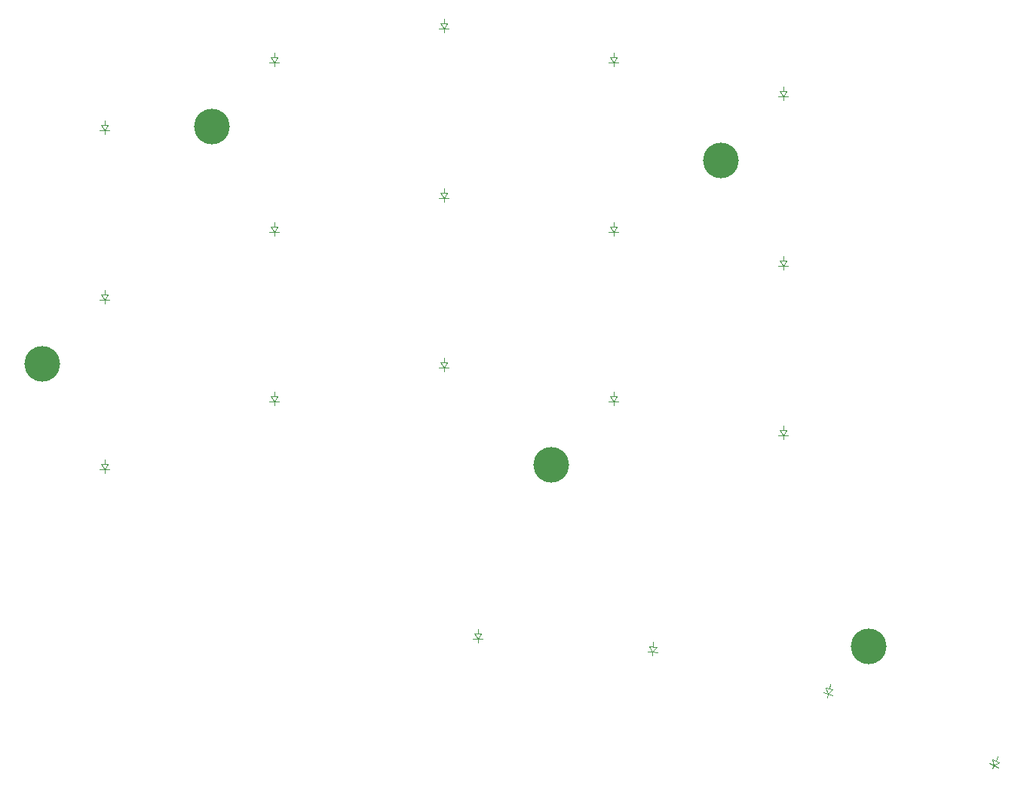
<source format=gbr>
%TF.GenerationSoftware,KiCad,Pcbnew,9.0.6*%
%TF.CreationDate,2026-01-03T00:52:00-08:00*%
%TF.ProjectId,pcb_left,7063625f-6c65-4667-942e-6b696361645f,4.2.1*%
%TF.SameCoordinates,Original*%
%TF.FileFunction,Legend,Top*%
%TF.FilePolarity,Positive*%
%FSLAX46Y46*%
G04 Gerber Fmt 4.6, Leading zero omitted, Abs format (unit mm)*
G04 Created by KiCad (PCBNEW 9.0.6) date 2026-01-03 00:52:00*
%MOMM*%
%LPD*%
G01*
G04 APERTURE LIST*
%ADD10C,0.100000*%
%ADD11C,4.000000*%
G04 APERTURE END LIST*
D10*
%TO.C,D1*%
X86600000Y-151750000D02*
X87400000Y-151750000D01*
X87000000Y-151750000D02*
X87000000Y-151250000D01*
X87000000Y-152350000D02*
X86450000Y-152350000D01*
X87000000Y-152350000D02*
X86600000Y-151750000D01*
X87000000Y-152350000D02*
X87550000Y-152350000D01*
X87000000Y-152750000D02*
X87000000Y-152350000D01*
X87400000Y-151750000D02*
X87000000Y-152350000D01*
%TO.C,D16*%
X128510000Y-170800000D02*
X129310000Y-170800000D01*
X128910000Y-170800000D02*
X128910000Y-170300000D01*
X128910000Y-171400000D02*
X128360000Y-171400000D01*
X128910000Y-171400000D02*
X128510000Y-170800000D01*
X128910000Y-171400000D02*
X129460000Y-171400000D01*
X128910000Y-171800000D02*
X128910000Y-171400000D01*
X129310000Y-170800000D02*
X128910000Y-171400000D01*
%TO.C,D12*%
X143750000Y-106030000D02*
X144550000Y-106030000D01*
X144150000Y-106030000D02*
X144150000Y-105530000D01*
X144150000Y-106630000D02*
X143600000Y-106630000D01*
X144150000Y-106630000D02*
X143750000Y-106030000D01*
X144150000Y-106630000D02*
X144700000Y-106630000D01*
X144150000Y-107030000D02*
X144150000Y-106630000D01*
X144550000Y-106030000D02*
X144150000Y-106630000D01*
%TO.C,D5*%
X105650000Y-125080000D02*
X106450000Y-125080000D01*
X106050000Y-125080000D02*
X106050000Y-124580000D01*
X106050000Y-125680000D02*
X105500000Y-125680000D01*
X106050000Y-125680000D02*
X105650000Y-125080000D01*
X106050000Y-125680000D02*
X106600000Y-125680000D01*
X106050000Y-126080000D02*
X106050000Y-125680000D01*
X106450000Y-125080000D02*
X106050000Y-125680000D01*
%TO.C,D2*%
X86600000Y-132700000D02*
X87400000Y-132700000D01*
X87000000Y-132700000D02*
X87000000Y-132200000D01*
X87000000Y-133300000D02*
X86450000Y-133300000D01*
X87000000Y-133300000D02*
X86600000Y-132700000D01*
X87000000Y-133300000D02*
X87550000Y-133300000D01*
X87000000Y-133700000D02*
X87000000Y-133300000D01*
X87400000Y-132700000D02*
X87000000Y-133300000D01*
%TO.C,D11*%
X143750000Y-125080000D02*
X144550000Y-125080000D01*
X144150000Y-125080000D02*
X144150000Y-124580000D01*
X144150000Y-125680000D02*
X143600000Y-125680000D01*
X144150000Y-125680000D02*
X143750000Y-125080000D01*
X144150000Y-125680000D02*
X144700000Y-125680000D01*
X144150000Y-126080000D02*
X144150000Y-125680000D01*
X144550000Y-125080000D02*
X144150000Y-125680000D01*
%TO.C,D19*%
X186653371Y-186009351D02*
X186822419Y-185646828D01*
X186713466Y-184933996D02*
X187438513Y-185272090D01*
X186822419Y-185646828D02*
X186323949Y-185414388D01*
X186822419Y-185646828D02*
X186713466Y-184933996D01*
X186822419Y-185646828D02*
X187320888Y-185879268D01*
X187075990Y-185103043D02*
X187287299Y-184649889D01*
X187438513Y-185272090D02*
X186822419Y-185646828D01*
%TO.C,D8*%
X124700000Y-121270000D02*
X125500000Y-121270000D01*
X125100000Y-121270000D02*
X125100000Y-120770000D01*
X125100000Y-121870000D02*
X124550000Y-121870000D01*
X125100000Y-121870000D02*
X124700000Y-121270000D01*
X125100000Y-121870000D02*
X125650000Y-121870000D01*
X125100000Y-122270000D02*
X125100000Y-121870000D01*
X125500000Y-121270000D02*
X125100000Y-121870000D01*
%TO.C,D9*%
X124700000Y-102220000D02*
X125500000Y-102220000D01*
X125100000Y-102220000D02*
X125100000Y-101720000D01*
X125100000Y-102820000D02*
X124550000Y-102820000D01*
X125100000Y-102820000D02*
X124700000Y-102220000D01*
X125100000Y-102820000D02*
X125650000Y-102820000D01*
X125100000Y-103220000D02*
X125100000Y-102820000D01*
X125500000Y-102220000D02*
X125100000Y-102820000D01*
%TO.C,D10*%
X143750000Y-144130000D02*
X144550000Y-144130000D01*
X144150000Y-144130000D02*
X144150000Y-143630000D01*
X144150000Y-144730000D02*
X143600000Y-144730000D01*
X144150000Y-144730000D02*
X143750000Y-144130000D01*
X144150000Y-144730000D02*
X144700000Y-144730000D01*
X144150000Y-145130000D02*
X144150000Y-144730000D01*
X144550000Y-144130000D02*
X144150000Y-144730000D01*
%TO.C,D17*%
X148176275Y-172234973D02*
X148973231Y-172304698D01*
X148487597Y-173266030D02*
X148522458Y-172867552D01*
X148522458Y-172867552D02*
X147974552Y-172819616D01*
X148522458Y-172867552D02*
X148176275Y-172234973D01*
X148522458Y-172867552D02*
X149070367Y-172915488D01*
X148574753Y-172269835D02*
X148618331Y-171771738D01*
X148973231Y-172304698D02*
X148522458Y-172867552D01*
%TO.C,D6*%
X105650000Y-106030000D02*
X106450000Y-106030000D01*
X106050000Y-106030000D02*
X106050000Y-105530000D01*
X106050000Y-106630000D02*
X105500000Y-106630000D01*
X106050000Y-106630000D02*
X105650000Y-106030000D01*
X106050000Y-106630000D02*
X106600000Y-106630000D01*
X106050000Y-107030000D02*
X106050000Y-106630000D01*
X106450000Y-106030000D02*
X106050000Y-106630000D01*
%TO.C,D15*%
X162800000Y-109840000D02*
X163600000Y-109840000D01*
X163200000Y-109840000D02*
X163200000Y-109340000D01*
X163200000Y-110440000D02*
X162650000Y-110440000D01*
X163200000Y-110440000D02*
X162800000Y-109840000D01*
X163200000Y-110440000D02*
X163750000Y-110440000D01*
X163200000Y-110840000D02*
X163200000Y-110440000D01*
X163600000Y-109840000D02*
X163200000Y-110440000D01*
%TO.C,D7*%
X124700000Y-140320000D02*
X125500000Y-140320000D01*
X125100000Y-140320000D02*
X125100000Y-139820000D01*
X125100000Y-140920000D02*
X124550000Y-140920000D01*
X125100000Y-140920000D02*
X124700000Y-140320000D01*
X125100000Y-140920000D02*
X125650000Y-140920000D01*
X125100000Y-141320000D02*
X125100000Y-140920000D01*
X125500000Y-140320000D02*
X125100000Y-140920000D01*
%TO.C,D3*%
X86600000Y-113650000D02*
X87400000Y-113650000D01*
X87000000Y-113650000D02*
X87000000Y-113150000D01*
X87000000Y-114250000D02*
X86450000Y-114250000D01*
X87000000Y-114250000D02*
X86600000Y-113650000D01*
X87000000Y-114250000D02*
X87550000Y-114250000D01*
X87000000Y-114650000D02*
X87000000Y-114250000D01*
X87400000Y-113650000D02*
X87000000Y-114250000D01*
%TO.C,D13*%
X162800000Y-147940000D02*
X163600000Y-147940000D01*
X163200000Y-147940000D02*
X163200000Y-147440000D01*
X163200000Y-148540000D02*
X162650000Y-148540000D01*
X163200000Y-148540000D02*
X162800000Y-147940000D01*
X163200000Y-148540000D02*
X163750000Y-148540000D01*
X163200000Y-148940000D02*
X163200000Y-148540000D01*
X163600000Y-147940000D02*
X163200000Y-148540000D01*
%TO.C,D4*%
X105650000Y-144130000D02*
X106450000Y-144130000D01*
X106050000Y-144130000D02*
X106050000Y-143630000D01*
X106050000Y-144730000D02*
X105500000Y-144730000D01*
X106050000Y-144730000D02*
X105650000Y-144130000D01*
X106050000Y-144730000D02*
X106600000Y-144730000D01*
X106050000Y-145130000D02*
X106050000Y-144730000D01*
X106450000Y-144130000D02*
X106050000Y-144730000D01*
%TO.C,D14*%
X162800000Y-128890000D02*
X163600000Y-128890000D01*
X163200000Y-128890000D02*
X163200000Y-128390000D01*
X163200000Y-129490000D02*
X162650000Y-129490000D01*
X163200000Y-129490000D02*
X162800000Y-128890000D01*
X163200000Y-129490000D02*
X163750000Y-129490000D01*
X163200000Y-129890000D02*
X163200000Y-129490000D01*
X163600000Y-128890000D02*
X163200000Y-129490000D01*
%TO.C,D18*%
X168000381Y-176898701D02*
X168773122Y-177105756D01*
X168127933Y-177968154D02*
X168231460Y-177581784D01*
X168231460Y-177581784D02*
X167700201Y-177439434D01*
X168231460Y-177581784D02*
X168000381Y-176898701D01*
X168231460Y-177581784D02*
X168762721Y-177724135D01*
X168386752Y-177002229D02*
X168516161Y-176519266D01*
X168773122Y-177105756D02*
X168231460Y-177581784D01*
%TD*%
D11*
%TO.C,*%
X137150000Y-151880000D03*
%TD*%
%TO.C,*%
X80000000Y-140500000D03*
%TD*%
%TO.C,*%
X99050000Y-113830000D03*
%TD*%
%TO.C,*%
X156200000Y-117640000D03*
%TD*%
%TO.C,*%
X172772738Y-172224612D03*
%TD*%
M02*

</source>
